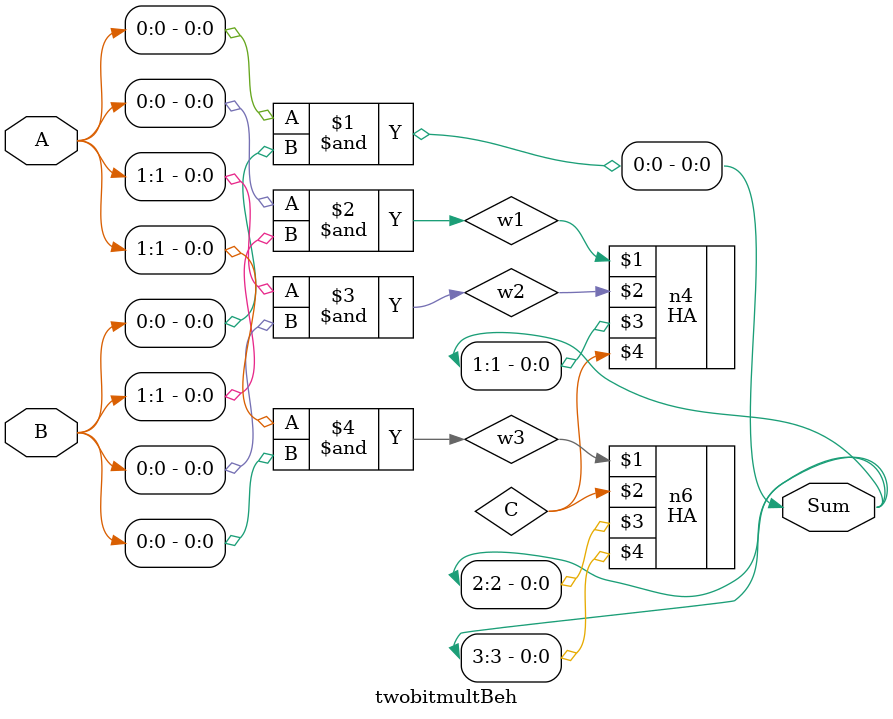
<source format=v>
`timescale 1ns / 1ps


module twobitmultBeh(
    input [1:0] A,
    input [1:0] B,
    output [3:0] Sum
    );
    wire w1,w2;
    
    and n1(Sum[0],A[0],B[0]);
    and n2(w1,A[0],B[1]);
    and n3(w2,A[1],B[0]);
    
    HA n4(w1,w2,Sum[1],C);
    and n5(w3, A[1],B[0]);
    HA n6(w3,C,Sum[2],Sum[3]);
    
    
endmodule

</source>
